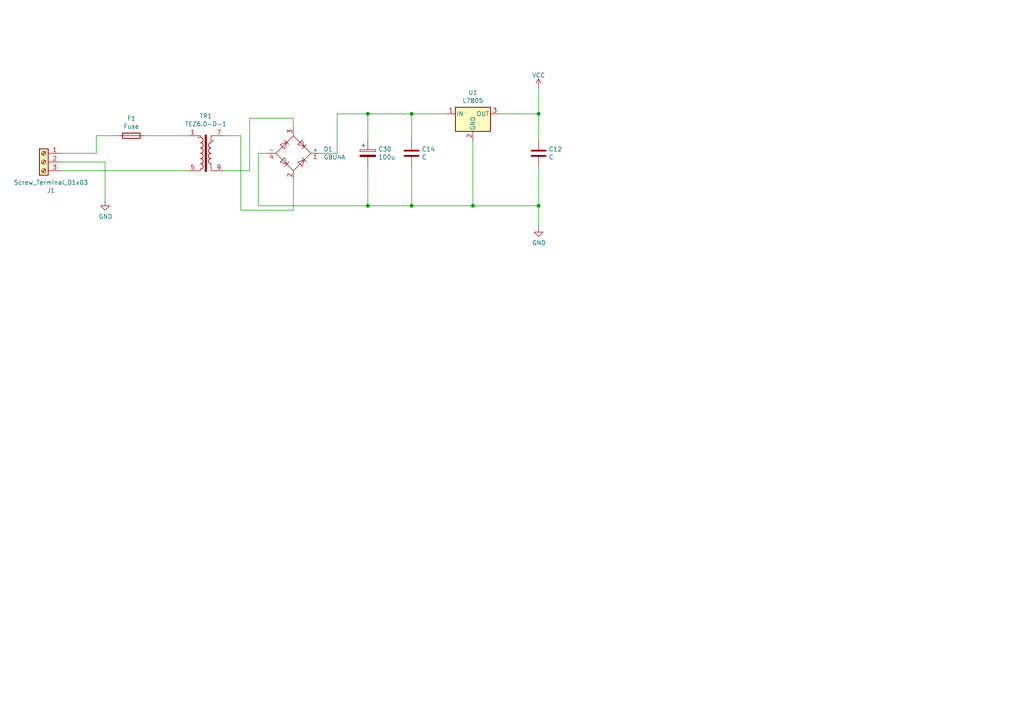
<source format=kicad_sch>
(kicad_sch (version 20211123) (generator eeschema)
  (paper "A4")
  (lib_symbols
    (symbol "Connector:Screw_Terminal_01x03" (pin_names (offset 1.016) hide)
      (property "Reference" "J" (at 0 5.08 0))
      (property "Value" "Screw_Terminal_01x03" (at 0 -5.08 0))
      (symbol "Screw_Terminal_01x03_1_1"
        (rectangle (start -1.27 3.81) (end 1.27 -3.81) (stroke (width 0.254)) (fill (type background)))
        (circle (center 0 -2.54) (radius 0.635) (stroke (width 0.1524)))
        (polyline (pts (xy -0.5334 -2.2098) (xy 0.3302 -3.048)) (stroke (width 0.1524)))
        (polyline (pts (xy -0.5334 0.3302) (xy 0.3302 -0.508)) (stroke (width 0.1524)))
        (polyline (pts (xy -0.5334 2.8702) (xy 0.3302 2.032)) (stroke (width 0.1524)))
        (polyline (pts (xy -0.3556 -2.032) (xy 0.508 -2.8702)) (stroke (width 0.1524)))
        (polyline (pts (xy -0.3556 0.508) (xy 0.508 -0.3302)) (stroke (width 0.1524)))
        (polyline (pts (xy -0.3556 3.048) (xy 0.508 2.2098)) (stroke (width 0.1524)))
        (circle (center 0 0) (radius 0.635) (stroke (width 0.1524)))
        (circle (center 0 2.54) (radius 0.635) (stroke (width 0.1524)))
        (pin passive line (at -5.08 2.54 0) (length 3.81) (name "Pin_1") (number "1"))
        (pin passive line (at -5.08 0 0) (length 3.81) (name "Pin_2") (number "2"))
        (pin passive line (at -5.08 -2.54 0) (length 3.81) (name "Pin_3") (number "3"))
      )
    )
    (symbol "Device:C" (pin_numbers hide) (pin_names (offset 0.254))
      (property "Reference" "C" (at 0.635 2.54 0))
      (property "Value" "C" (at 0.635 -2.54 0))
      (symbol "C_0_1"
        (polyline (pts (xy -2.032 -0.762) (xy 2.032 -0.762)) (stroke (width 0.508)))
        (polyline (pts (xy -2.032 0.762) (xy 2.032 0.762)) (stroke (width 0.508)))
      )
      (symbol "C_1_1"
        (pin passive line (at 0 3.81 270) (length 2.794) (name "~") (number "1"))
        (pin passive line (at 0 -3.81 90) (length 2.794) (name "~") (number "2"))
      )
    )
    (symbol "Device:C_Polarized" (pin_numbers hide) (pin_names (offset 0.254))
      (property "Reference" "C" (at 0.635 2.54 0))
      (property "Value" "C_Polarized" (at 0.635 -2.54 0))
      (symbol "C_Polarized_0_1"
        (rectangle (start -2.286 0.508) (end 2.286 1.016))
        (polyline (pts (xy -1.778 2.286) (xy -0.762 2.286)))
        (polyline (pts (xy -1.27 2.794) (xy -1.27 1.778)))
        (rectangle (start 2.286 -0.508) (end -2.286 -1.016) (fill (type outline)))
      )
      (symbol "C_Polarized_1_1"
        (pin passive line (at 0 3.81 270) (length 2.794) (name "~") (number "1"))
        (pin passive line (at 0 -3.81 90) (length 2.794) (name "~") (number "2"))
      )
    )
    (symbol "Device:Fuse" (pin_numbers hide) (pin_names (offset 0))
      (property "Reference" "F" (at 2.032 0 90))
      (property "Value" "Fuse" (at -1.905 0 90))
      (symbol "Fuse_0_1"
        (rectangle (start -0.762 -2.54) (end 0.762 2.54) (stroke (width 0.254)))
        (polyline (pts (xy 0 2.54) (xy 0 -2.54)))
      )
      (symbol "Fuse_1_1"
        (pin passive line (at 0 3.81 270) (length 1.27) (name "~") (number "1"))
        (pin passive line (at 0 -3.81 90) (length 1.27) (name "~") (number "2"))
      )
    )
    (symbol "Diode_Bridge:GBU4A" (pin_names (offset 0))
      (property "Reference" "D" (at 2.54 6.985 0))
      (property "Value" "GBU4A" (at 2.54 5.08 0))
      (symbol "GBU4A_0_1"
        (polyline (pts (xy -2.54 3.81) (xy -1.27 2.54)))
        (polyline (pts (xy -1.27 -2.54) (xy -2.54 -3.81)))
        (polyline (pts (xy 2.54 -1.27) (xy 3.81 -2.54)))
        (polyline (pts (xy 2.54 1.27) (xy 3.81 2.54)))
        (polyline (pts (xy -3.81 2.54) (xy -2.54 1.27) (xy -1.905 3.175) (xy -3.81 2.54)))
        (polyline (pts (xy -2.54 -1.27) (xy -3.81 -2.54) (xy -1.905 -3.175) (xy -2.54 -1.27)))
        (polyline (pts (xy 1.27 2.54) (xy 2.54 3.81) (xy 3.175 1.905) (xy 1.27 2.54)))
        (polyline (pts (xy 3.175 -1.905) (xy 1.27 -2.54) (xy 2.54 -3.81) (xy 3.175 -1.905)))
        (polyline (pts (xy -5.08 0) (xy 0 -5.08) (xy 5.08 0) (xy 0 5.08) (xy -5.08 0)))
      )
      (symbol "GBU4A_1_1"
        (pin passive line (at 7.62 0 180) (length 2.54) (name "+") (number "1"))
        (pin passive line (at 0 -7.62 90) (length 2.54) (name "~") (number "2"))
        (pin passive line (at 0 7.62 270) (length 2.54) (name "~") (number "3"))
        (pin passive line (at -7.62 0 0) (length 2.54) (name "-") (number "4"))
      )
    )
    (symbol "Regulator_Linear:L7805" (pin_names (offset 0.254))
      (property "Reference" "U" (at -3.81 3.175 0))
      (property "Value" "L7805" (at 0 3.175 0))
      (symbol "L7805_0_1"
        (rectangle (start -5.08 1.905) (end 5.08 -5.08) (stroke (width 0.254)) (fill (type background)))
      )
      (symbol "L7805_1_1"
        (pin power_in line (at -7.62 0 0) (length 2.54) (name "IN") (number "1"))
        (pin power_in line (at 0 -7.62 90) (length 2.54) (name "GND") (number "2"))
        (pin power_out line (at 7.62 0 180) (length 2.54) (name "OUT") (number "3"))
      )
    )
    (symbol "Transformer:TEZ6.0-D-1" (pin_names (offset 0.0254))
      (property "Reference" "TR" (at 0 6.35 0))
      (property "Value" "TEZ6.0-D-1" (at 0 -6.35 0))
      (symbol "TEZ6.0-D-1_0_1"
        (circle (center -2.032 4.572) (radius 0.127))
        (arc (start -1.524 -4.572) (mid -0.762 -3.81) (end -1.524 -3.048) (stroke (width 0.2032)))
        (arc (start -1.524 -3.048) (mid -0.762 -2.286) (end -1.524 -1.524) (stroke (width 0.2032)))
        (arc (start -1.524 -1.524) (mid -0.762 -0.762) (end -1.524 0) (stroke (width 0.2032)))
        (arc (start -1.524 0) (mid -0.762 0.762) (end -1.524 1.524) (stroke (width 0.2032)))
        (arc (start -1.524 1.524) (mid -0.762 2.286) (end -1.524 3.048) (stroke (width 0.2032)))
        (arc (start -1.524 3.048) (mid -0.762 3.81) (end -1.524 4.572) (stroke (width 0.2032)))
        (rectangle (start -0.254 5.334) (end 0.254 -5.334) (stroke (width 0.0254)) (fill (type outline)))
        (polyline (pts (xy -1.524 -4.572) (xy -1.524 -5.08) (xy -2.54 -5.08)))
        (polyline (pts (xy -1.524 4.572) (xy -1.524 5.08) (xy -2.54 5.08)))
        (polyline (pts (xy 1.524 3.048) (xy 1.524 5.08) (xy 2.54 5.08) (xy 2.54 5.08)) (stroke (width 0.1524)))
        (polyline (pts (xy 2.54 -5.08) (xy 1.524 -5.08) (xy 1.524 -3.048) (xy 1.524 -3.048)) (stroke (width 0.1524)))
        (arc (start 1.524 -1.524) (mid 0.762 -2.286) (end 1.524 -3.048) (stroke (width 0.2032)))
        (arc (start 1.524 0) (mid 0.762 -0.762) (end 1.524 -1.524) (stroke (width 0.2032)))
        (arc (start 1.524 1.524) (mid 0.762 0.762) (end 1.524 0) (stroke (width 0.2032)))
        (arc (start 1.524 3.048) (mid 0.762 2.286) (end 1.524 1.524) (stroke (width 0.2032)))
        (circle (center 2.032 3.556) (radius 0.127))
      )
      (symbol "TEZ6.0-D-1_1_1"
        (pin passive line (at -5.08 5.08 0) (length 2.54) (name "~") (number "1"))
        (pin passive line (at -5.08 -5.08 0) (length 2.54) (name "~") (number "5"))
        (pin passive line (at 5.08 5.08 180) (length 2.54) (name "~") (number "7"))
        (pin passive line (at 5.08 -5.08 180) (length 2.54) (name "~") (number "9"))
      )
    )
    (symbol "power:GND" (power) (pin_names (offset 0))
      (property "Value" "GND" (at 0 -3.81 0))
      (symbol "GND_0_1"
        (polyline (pts (xy 0 0) (xy 0 -1.27) (xy 1.27 -1.27) (xy 0 -2.54) (xy -1.27 -1.27) (xy 0 -1.27)))
      )
      (symbol "GND_1_1"
        (pin power_in line (at 0 0 270) (length 0) hide (name "GND") (number "1"))
      )
    )
    (symbol "power:VCC" (power) (pin_names (offset 0))
      (property "Value" "VCC" (at 0 3.81 0))
      (symbol "VCC_0_1"
        (polyline (pts (xy -0.762 1.27) (xy 0 2.54)))
        (polyline (pts (xy 0 0) (xy 0 2.54)))
        (polyline (pts (xy 0 2.54) (xy 0.762 1.27)))
      )
      (symbol "VCC_1_1"
        (pin power_in line (at 0 0 90) (length 0) hide (name "VCC") (number "1"))
      )
    )
  )
  (junction (at 137.16 59.69))
  (junction (at 156.21 33.02))
  (junction (at 106.68 33.02))
  (junction (at 106.68 59.69))
  (junction (at 119.38 59.69))
  (junction (at 156.21 59.69))
  (junction (at 119.38 33.02))
  (wire (pts (xy 106.68 40.64) (xy 106.68 33.02)))
  (wire (pts (xy 72.39 34.29) (xy 85.09 34.29)))
  (wire (pts (xy 17.78 49.53) (xy 54.61 49.53)))
  (wire (pts (xy 97.79 33.02) (xy 106.68 33.02)))
  (wire (pts (xy 137.16 40.64) (xy 137.16 59.69)))
  (wire (pts (xy 144.78 33.02) (xy 156.21 33.02)))
  (wire (pts (xy 137.16 59.69) (xy 156.21 59.69)))
  (wire (pts (xy 156.21 33.02) (xy 156.21 40.64)))
  (wire (pts (xy 97.79 44.45) (xy 92.71 44.45)))
  (wire (pts (xy 85.09 52.07) (xy 85.09 60.96)))
  (wire (pts (xy 27.94 44.45) (xy 27.94 39.37)))
  (wire (pts (xy 17.78 44.45) (xy 27.94 44.45)))
  (wire (pts (xy 156.21 33.02) (xy 156.21 25.4)))
  (wire (pts (xy 106.68 33.02) (xy 119.38 33.02)))
  (wire (pts (xy 119.38 33.02) (xy 119.38 40.64)))
  (wire (pts (xy 64.77 49.53) (xy 72.39 49.53)))
  (wire (pts (xy 106.68 59.69) (xy 119.38 59.69)))
  (wire (pts (xy 85.09 60.96) (xy 69.85 60.96)))
  (wire (pts (xy 69.85 39.37) (xy 64.77 39.37)))
  (wire (pts (xy 119.38 33.02) (xy 129.54 33.02)))
  (wire (pts (xy 17.78 46.99) (xy 30.48 46.99)))
  (wire (pts (xy 69.85 60.96) (xy 69.85 39.37)))
  (wire (pts (xy 54.61 39.37) (xy 41.91 39.37)))
  (wire (pts (xy 97.79 44.45) (xy 97.79 33.02)))
  (wire (pts (xy 30.48 46.99) (xy 30.48 58.42)))
  (wire (pts (xy 119.38 48.26) (xy 119.38 59.69)))
  (wire (pts (xy 156.21 59.69) (xy 156.21 66.04)))
  (wire (pts (xy 74.93 44.45) (xy 77.47 44.45)))
  (wire (pts (xy 34.29 39.37) (xy 27.94 39.37)))
  (wire (pts (xy 72.39 49.53) (xy 72.39 34.29)))
  (wire (pts (xy 74.93 59.69) (xy 106.68 59.69)))
  (wire (pts (xy 156.21 48.26) (xy 156.21 59.69)))
  (wire (pts (xy 119.38 59.69) (xy 137.16 59.69)))
  (wire (pts (xy 85.09 34.29) (xy 85.09 36.83)))
  (wire (pts (xy 74.93 44.45) (xy 74.93 59.69)))
  (wire (pts (xy 106.68 48.26) (xy 106.68 59.69)))
  (symbol (lib_id "Transformer:TEZ6.0-D-1") (at 59.69 44.45 0) (unit 1)
    (property "Reference" "TR1" (at 59.69 33.655 0))
    (property "Value" "TEZ6.0-D-1" (at 59.69 35.9664 0))
    (property "Footprint" "Transformer_THT:Transformer_Breve_TEZ-38x45" (effects hide))
    (property "Datasheet" "http://www.breve.pl/pdf/ANG/TEZ_ang.pdf" (effects hide))
  )
  (symbol (lib_id "Diode_Bridge:GBU4A") (at 85.09 44.45 0) (unit 1)
    (property "Reference" "D1" (at 93.8276 43.2816 0) (effects (justify left)))
    (property "Value" "GBU4A" (at 93.8276 45.593 0) (effects (justify left)))
    (property "Footprint" "Diode_THT:Diode_Bridge_Vishay_GBU" (effects hide))
    (property "Datasheet" "http://www.vishay.com/docs/88656/gbu4a.pdf" (effects hide))
  )
  (symbol (lib_id "Device:C_Polarized") (at 106.68 44.45 0) (unit 1)
    (property "Reference" "C30" (at 109.6772 43.2816 0) (effects (justify left)))
    (property "Value" "100u" (at 109.6772 45.593 0) (effects (justify left)))
    (property "Footprint" "Capacitor_THT:CP_Radial_D13.0mm_P5.00mm" (effects hide))
  )
  (symbol (lib_id "Device:C") (at 119.38 44.45 0) (unit 1)
    (property "Reference" "C14" (at 122.301 43.2816 0) (effects (justify left)))
    (property "Value" "C" (at 122.301 45.593 0) (effects (justify left)))
    (property "Footprint" "Capacitor_THT:C_Rect_L10.0mm_W4.0mm_P7.50mm_FKS3_FKP3" (effects hide))
  )
  (symbol (lib_id "Regulator_Linear:L7805") (at 137.16 33.02 0) (unit 1)
    (property "Reference" "U1" (at 137.16 26.8732 0))
    (property "Value" "L7805" (at 137.16 29.1846 0))
    (property "Footprint" "Package_TO_SOT_THT:TO-220-3_Vertical" (effects hide))
    (property "Datasheet" "http://www.st.com/content/ccc/resource/technical/document/datasheet/41/4f/b3/b0/12/d4/47/88/CD00000444.pdf/files/CD00000444.pdf/jcr:content/translations/en.CD00000444.pdf" (effects hide))
  )
  (symbol (lib_id "Device:C") (at 156.21 44.45 0) (unit 1)
    (property "Reference" "C12" (at 159.131 43.2816 0) (effects (justify left)))
    (property "Value" "C" (at 159.131 45.593 0) (effects (justify left)))
    (property "Footprint" "Capacitor_THT:C_Rect_L10.0mm_W4.0mm_P7.50mm_FKS3_FKP3" (effects hide))
  )
  (symbol (lib_id "power:GND") (at 156.21 66.04 0) (unit 1)
    (property "Reference" "#PWR0105" (effects hide))
    (property "Value" "GND" (at 156.337 70.4342 0))
  )
  (symbol (lib_id "Device:Fuse") (at 38.1 39.37 90) (unit 1)
    (property "Reference" "F1" (at 38.1 34.3662 90))
    (property "Value" "Fuse" (at 38.1 36.6776 90))
    (property "Footprint" "Fuse:Fuseholder_Cylinder-5x20mm_Schurter_0031_8201_Horizontal_Open" (effects hide))
  )
  (symbol (lib_id "Connector:Screw_Terminal_01x03") (at 12.7 46.99 0) (mirror y) (unit 1)
    (property "Reference" "J1" (at 14.7828 55.245 0))
    (property "Value" "Screw_Terminal_01x03" (at 14.7828 52.9336 0))
    (property "Footprint" "TerminalBlock_Phoenix:TerminalBlock_Phoenix_MKDS-1,5-3-5.08_1x03_P5.08mm_Horizontal" (effects hide))
  )
  (symbol (lib_id "power:GND") (at 30.48 58.42 0) (unit 1)
    (property "Reference" "#PWR0107" (effects hide))
    (property "Value" "GND" (at 30.607 62.8142 0))
  )
  (symbol (lib_id "power:VCC") (at 156.21 25.4 0) (unit 1)
    (property "Reference" "#PWR0117" (effects hide))
    (property "Value" "VCC" (at 156.21 21.8242 0))
  )
)
</source>
